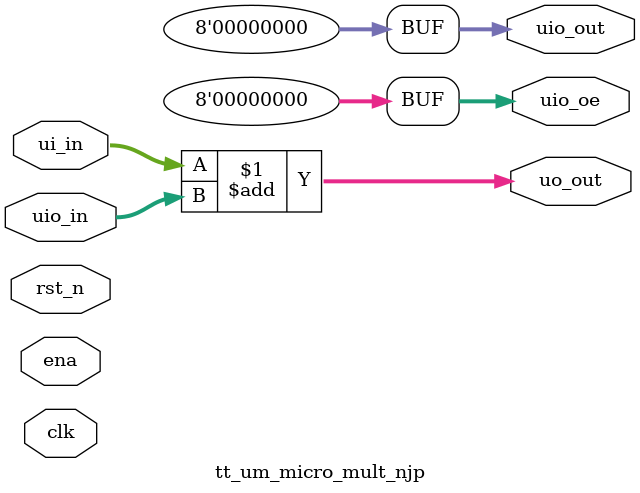
<source format=v>
/*
 * Copyright (c) 2024 Your Name
 * SPDX-License-Identifier: Apache-2.0
 */

`default_nettype none

module tt_um_micro_mult_njp (
    input  wire [7:0] ui_in,    // Dedicated inputs
    output wire [7:0] uo_out,   // Dedicated outputs
    input  wire [7:0] uio_in,   // IOs: Input path
    output wire [7:0] uio_out,  // IOs: Output path
    output wire [7:0] uio_oe,   // IOs: Enable path (active high: 0=input, 1=output)
    input  wire       ena,      // will go high when the design is enabled
    input  wire       clk,      // clock
    input  wire       rst_n     // reset_n - low to reset
);

  // All output pins must be assigned. If not used, assign to 0.
  assign uo_out  = ui_in + uio_in;  // Example: ou_out is the sum of ui_in and uio_in
  assign uio_out = 0;
  assign uio_oe  = 0;

endmodule

</source>
